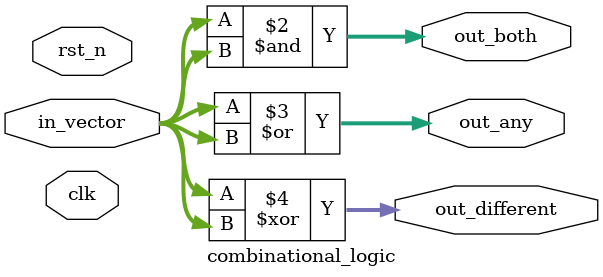
<source format=sv>
module combinational_logic (
    input logic [99:0] in_vector,
    input logic clk,
    input logic rst_n,
    output logic [99:0] out_both,
    output logic [99:0] out_any,
    output logic [99:0] out_different
);

    always @(*) begin
        out_both = in_vector & in_vector; // Both bits are the same
        out_any = in_vector | in_vector;  // Any bit is high
        out_different = in_vector ^ in_vector; // Different bits
    end

endmodule
</source>
